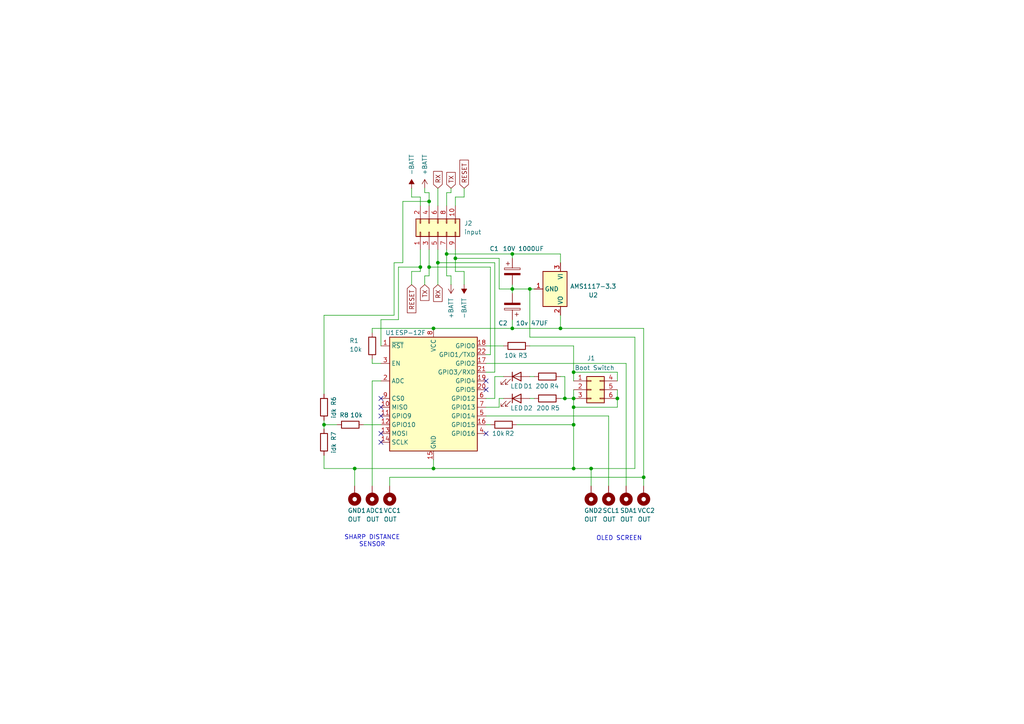
<source format=kicad_sch>
(kicad_sch (version 20231120) (generator "eeschema") (generator_version "8.0")
  (paper "A4")
  (lib_symbols
    (symbol "Connector_Generic:Conn_02x03_Top_Bottom" (pin_names (offset 1.016) hide)
      (property "Reference" "J" (at 1.27 5.08 0))
      (property "Value" "Conn_02x03_Top_Bottom" (at 1.27 -5.08 0))
      (symbol "Conn_02x03_Top_Bottom_1_1"
        (rectangle (start -1.27 -2.413) (end 0 -2.667) (stroke (width 0.1524)))
        (rectangle (start -1.27 0.127) (end 0 -0.127) (stroke (width 0.1524)))
        (rectangle (start -1.27 2.667) (end 0 2.413) (stroke (width 0.1524)))
        (rectangle (start -1.27 3.81) (end 3.81 -3.81) (stroke (width 0.254)) (fill (type background)))
        (rectangle (start 3.81 -2.413) (end 2.54 -2.667) (stroke (width 0.1524)))
        (rectangle (start 3.81 0.127) (end 2.54 -0.127) (stroke (width 0.1524)))
        (rectangle (start 3.81 2.667) (end 2.54 2.413) (stroke (width 0.1524)))
        (pin passive line (at -5.08 2.54 0) (length 3.81) (name "Pin_1") (number "1"))
        (pin passive line (at -5.08 0 0) (length 3.81) (name "Pin_2") (number "2"))
        (pin passive line (at -5.08 -2.54 0) (length 3.81) (name "Pin_3") (number "3"))
        (pin passive line (at 7.62 2.54 180) (length 3.81) (name "Pin_4") (number "4"))
        (pin passive line (at 7.62 0 180) (length 3.81) (name "Pin_5") (number "5"))
        (pin passive line (at 7.62 -2.54 180) (length 3.81) (name "Pin_6") (number "6"))
      )
    )
    (symbol "Connector_Generic:Conn_02x05_Odd_Even" (pin_names (offset 1.016) hide)
      (property "Reference" "J" (at 1.27 7.62 0))
      (property "Value" "Conn_02x05_Odd_Even" (at 1.27 -7.62 0))
      (symbol "Conn_02x05_Odd_Even_1_1"
        (rectangle (start -1.27 -4.953) (end 0 -5.207) (stroke (width 0.1524)))
        (rectangle (start -1.27 -2.413) (end 0 -2.667) (stroke (width 0.1524)))
        (rectangle (start -1.27 0.127) (end 0 -0.127) (stroke (width 0.1524)))
        (rectangle (start -1.27 2.667) (end 0 2.413) (stroke (width 0.1524)))
        (rectangle (start -1.27 5.207) (end 0 4.953) (stroke (width 0.1524)))
        (rectangle (start -1.27 6.35) (end 3.81 -6.35) (stroke (width 0.254)) (fill (type background)))
        (rectangle (start 3.81 -4.953) (end 2.54 -5.207) (stroke (width 0.1524)))
        (rectangle (start 3.81 -2.413) (end 2.54 -2.667) (stroke (width 0.1524)))
        (rectangle (start 3.81 0.127) (end 2.54 -0.127) (stroke (width 0.1524)))
        (rectangle (start 3.81 2.667) (end 2.54 2.413) (stroke (width 0.1524)))
        (rectangle (start 3.81 5.207) (end 2.54 4.953) (stroke (width 0.1524)))
        (pin passive line (at -5.08 5.08 0) (length 3.81) (name "Pin_1") (number "1"))
        (pin passive line (at 7.62 -5.08 180) (length 3.81) (name "Pin_10") (number "10"))
        (pin passive line (at 7.62 5.08 180) (length 3.81) (name "Pin_2") (number "2"))
        (pin passive line (at -5.08 2.54 0) (length 3.81) (name "Pin_3") (number "3"))
        (pin passive line (at 7.62 2.54 180) (length 3.81) (name "Pin_4") (number "4"))
        (pin passive line (at -5.08 0 0) (length 3.81) (name "Pin_5") (number "5"))
        (pin passive line (at 7.62 0 180) (length 3.81) (name "Pin_6") (number "6"))
        (pin passive line (at -5.08 -2.54 0) (length 3.81) (name "Pin_7") (number "7"))
        (pin passive line (at 7.62 -2.54 180) (length 3.81) (name "Pin_8") (number "8"))
        (pin passive line (at -5.08 -5.08 0) (length 3.81) (name "Pin_9") (number "9"))
      )
    )
    (symbol "Device:C_Polarized" (pin_numbers hide) (pin_names (offset 0.254))
      (property "Reference" "C" (at 0.635 2.54 0))
      (property "Value" "C_Polarized" (at 0.635 -2.54 0))
      (symbol "C_Polarized_0_1"
        (rectangle (start -2.286 0.508) (end 2.286 1.016))
        (polyline (pts (xy -1.778 2.286) (xy -0.762 2.286)))
        (polyline (pts (xy -1.27 2.794) (xy -1.27 1.778)))
        (rectangle (start 2.286 -0.508) (end -2.286 -1.016) (fill (type outline)))
      )
      (symbol "C_Polarized_1_1"
        (pin passive line (at 0 3.81 270) (length 2.794) (name "~") (number "1"))
        (pin passive line (at 0 -3.81 90) (length 2.794) (name "~") (number "2"))
      )
    )
    (symbol "Device:LED" (pin_numbers hide) (pin_names (offset 1.016) hide)
      (property "Reference" "D" (at 0 2.54 0))
      (property "Value" "LED" (at 0 -2.54 0))
      (symbol "LED_0_1"
        (polyline (pts (xy -1.27 -1.27) (xy -1.27 1.27)) (stroke (width 0.254)))
        (polyline (pts (xy -1.27 0) (xy 1.27 0)))
        (polyline (pts (xy 1.27 -1.27) (xy 1.27 1.27) (xy -1.27 0) (xy 1.27 -1.27)) (stroke (width 0.254)))
        (polyline (pts (xy -3.048 -0.762) (xy -4.572 -2.286) (xy -3.81 -2.286) (xy -4.572 -2.286) (xy -4.572 -1.524)))
        (polyline (pts (xy -1.778 -0.762) (xy -3.302 -2.286) (xy -2.54 -2.286) (xy -3.302 -2.286) (xy -3.302 -1.524)))
      )
      (symbol "LED_1_1"
        (pin passive line (at -3.81 0 0) (length 2.54) (name "K") (number "1"))
        (pin passive line (at 3.81 0 180) (length 2.54) (name "A") (number "2"))
      )
    )
    (symbol "Device:R" (pin_numbers hide) (pin_names (offset 0))
      (property "Reference" "R" (at 2.032 0 90))
      (property "Value" "R" (at 0 0 90))
      (symbol "R_0_1"
        (rectangle (start -1.016 -2.54) (end 1.016 2.54) (stroke (width 0.254)))
      )
      (symbol "R_1_1"
        (pin passive line (at 0 3.81 270) (length 1.27) (name "~") (number "1"))
        (pin passive line (at 0 -3.81 90) (length 1.27) (name "~") (number "2"))
      )
    )
    (symbol "Mechanical:MountingHole_Pad" (pin_numbers hide) (pin_names (offset 1.016) hide) (exclude_from_sim yes) (in_bom no)
      (property "Reference" "H" (at 0 6.35 0))
      (property "Value" "MountingHole_Pad" (at 0 4.445 0))
      (symbol "MountingHole_Pad_0_1"
        (circle (center 0 1.27) (radius 1.27) (stroke (width 1.27)))
      )
      (symbol "MountingHole_Pad_1_1"
        (pin input line (at 0 -2.54 90) (length 2.54) (name "1") (number "1"))
      )
    )
    (symbol "RF_Module:ESP-12F"
      (property "Reference" "U" (at -12.7 19.05 0))
      (property "Value" "ESP-12F" (at 12.7 19.05 0))
      (symbol "ESP-12F_0_1"
        (rectangle (start -12.7 17.78) (end 12.7 -15.24) (stroke (width 0.254)) (fill (type background)))
      )
      (symbol "ESP-12F_1_1"
        (pin input line (at -15.24 15.24 0) (length 2.54) (name "~{RST}") (number "1"))
        (pin bidirectional line (at -15.24 -2.54 0) (length 2.54) (name "MISO") (number "10"))
        (pin bidirectional line (at -15.24 -5.08 0) (length 2.54) (name "GPIO9") (number "11"))
        (pin bidirectional line (at -15.24 -7.62 0) (length 2.54) (name "GPIO10") (number "12"))
        (pin bidirectional line (at -15.24 -10.16 0) (length 2.54) (name "MOSI") (number "13"))
        (pin bidirectional line (at -15.24 -12.7 0) (length 2.54) (name "SCLK") (number "14"))
        (pin power_in line (at 0 -17.78 90) (length 2.54) (name "GND") (number "15"))
        (pin bidirectional line (at 15.24 -7.62 180) (length 2.54) (name "GPIO15") (number "16"))
        (pin bidirectional line (at 15.24 10.16 180) (length 2.54) (name "GPIO2") (number "17"))
        (pin bidirectional line (at 15.24 15.24 180) (length 2.54) (name "GPIO0") (number "18"))
        (pin bidirectional line (at 15.24 5.08 180) (length 2.54) (name "GPIO4") (number "19"))
        (pin input line (at -15.24 5.08 0) (length 2.54) (name "ADC") (number "2"))
        (pin bidirectional line (at 15.24 2.54 180) (length 2.54) (name "GPIO5") (number "20"))
        (pin bidirectional line (at 15.24 7.62 180) (length 2.54) (name "GPIO3/RXD") (number "21"))
        (pin bidirectional line (at 15.24 12.7 180) (length 2.54) (name "GPIO1/TXD") (number "22"))
        (pin input line (at -15.24 10.16 0) (length 2.54) (name "EN") (number "3"))
        (pin bidirectional line (at 15.24 -10.16 180) (length 2.54) (name "GPIO16") (number "4"))
        (pin bidirectional line (at 15.24 -5.08 180) (length 2.54) (name "GPIO14") (number "5"))
        (pin bidirectional line (at 15.24 0 180) (length 2.54) (name "GPIO12") (number "6"))
        (pin bidirectional line (at 15.24 -2.54 180) (length 2.54) (name "GPIO13") (number "7"))
        (pin power_in line (at 0 20.32 270) (length 2.54) (name "VCC") (number "8"))
        (pin input line (at -15.24 0 0) (length 2.54) (name "CS0") (number "9"))
      )
    )
    (symbol "Regulator_Linear:AMS1117-3.3"
      (property "Reference" "U" (at -3.81 3.175 0))
      (property "Value" "AMS1117-3.3" (at 0 3.175 0))
      (symbol "AMS1117-3.3_0_1"
        (rectangle (start -5.08 -5.08) (end 5.08 1.905) (stroke (width 0.254)) (fill (type background)))
      )
      (symbol "AMS1117-3.3_1_1"
        (pin power_in line (at 0 -7.62 90) (length 2.54) (name "GND") (number "1"))
        (pin power_out line (at 7.62 0 180) (length 2.54) (name "VO") (number "2"))
        (pin power_in line (at -7.62 0 0) (length 2.54) (name "VI") (number "3"))
      )
    )
    (symbol "power:+BATT" (power) (pin_numbers hide) (pin_names (offset 0) hide)
      (property "Value" "+BATT" (at 0 3.556 0))
      (symbol "+BATT_0_1"
        (polyline (pts (xy -0.762 1.27) (xy 0 2.54)))
        (polyline (pts (xy 0 0) (xy 0 2.54)))
        (polyline (pts (xy 0 2.54) (xy 0.762 1.27)))
      )
      (symbol "+BATT_1_1"
        (pin power_in line (at 0 0 90) (length 0) (name "~") (number "1"))
      )
    )
    (symbol "power:-BATT" (power) (pin_numbers hide) (pin_names (offset 0) hide)
      (property "Value" "-BATT" (at 0 3.556 0))
      (symbol "-BATT_0_1"
        (polyline (pts (xy 0 0) (xy 0 2.54)))
        (polyline (pts (xy 0.762 1.27) (xy -0.762 1.27) (xy 0 2.54) (xy 0.762 1.27)) (fill (type outline)))
      )
      (symbol "-BATT_1_1"
        (pin power_in line (at 0 0 90) (length 0) (name "~") (number "1"))
      )
    )
  )
  (junction (at 124.46 77.47))
  (junction (at 125.73 135.89))
  (junction (at 124.46 58.42))
  (junction (at 162.56 95.25))
  (junction (at 102.87 135.89))
  (junction (at 148.59 73.66))
  (junction (at 125.73 95.25))
  (junction (at 166.37 135.89))
  (junction (at 186.69 138.43))
  (junction (at 166.37 115.57))
  (junction (at 166.37 107.95))
  (junction (at 127 76.2))
  (junction (at 153.67 83.82))
  (junction (at 166.37 123.19))
  (junction (at 148.59 95.25))
  (junction (at 132.08 74.93))
  (junction (at 129.54 73.66))
  (junction (at 179.07 115.57))
  (junction (at 171.45 135.89))
  (junction (at 166.37 118.11))
  (junction (at 163.83 115.57))
  (junction (at 148.59 83.82))
  (junction (at 121.92 77.47))
  (junction (at 93.98 123.19))
  (no_connect (at 140.97 125.73))
  (no_connect (at 110.49 125.73))
  (no_connect (at 110.49 128.27))
  (no_connect (at 110.49 118.11))
  (no_connect (at 110.49 120.65))
  (no_connect (at 140.97 113.03))
  (no_connect (at 140.97 110.49))
  (no_connect (at 110.49 115.57))
  (wire (pts (xy 171.45 140.97) (xy 171.45 135.89)))
  (wire (pts (xy 105.41 123.19) (xy 110.49 123.19)))
  (wire (pts (xy 153.67 115.57) (xy 154.94 115.57)))
  (wire (pts (xy 153.67 97.79) (xy 153.67 83.82)))
  (wire (pts (xy 143.51 107.95) (xy 140.97 107.95)))
  (wire (pts (xy 148.59 73.66) (xy 162.56 73.66)))
  (wire (pts (xy 179.07 115.57) (xy 179.07 118.11)))
  (wire (pts (xy 113.03 138.43) (xy 113.03 140.97)))
  (wire (pts (xy 129.54 80.01) (xy 129.54 73.66)))
  (wire (pts (xy 129.54 73.66) (xy 148.59 73.66)))
  (wire (pts (xy 166.37 100.33) (xy 166.37 107.95)))
  (wire (pts (xy 93.98 121.92) (xy 93.98 123.19)))
  (wire (pts (xy 110.49 100.33) (xy 110.49 92.71)))
  (wire (pts (xy 130.81 80.01) (xy 129.54 80.01)))
  (wire (pts (xy 125.73 95.25) (xy 148.59 95.25)))
  (wire (pts (xy 115.57 77.47) (xy 121.92 77.47)))
  (wire (pts (xy 107.95 105.41) (xy 110.49 105.41)))
  (wire (pts (xy 148.59 95.25) (xy 162.56 95.25)))
  (wire (pts (xy 162.56 73.66) (xy 162.56 76.2)))
  (wire (pts (xy 107.95 110.49) (xy 110.49 110.49)))
  (wire (pts (xy 121.92 77.47) (xy 121.92 78.74)))
  (wire (pts (xy 132.08 57.15) (xy 134.62 57.15)))
  (wire (pts (xy 123.19 82.55) (xy 123.19 80.01)))
  (wire (pts (xy 162.56 115.57) (xy 163.83 115.57)))
  (wire (pts (xy 93.98 123.19) (xy 93.98 124.46)))
  (wire (pts (xy 140.97 115.57) (xy 143.51 115.57)))
  (wire (pts (xy 181.61 105.41) (xy 181.61 140.97)))
  (wire (pts (xy 123.19 80.01) (xy 124.46 80.01)))
  (wire (pts (xy 144.78 74.93) (xy 144.78 83.82)))
  (wire (pts (xy 102.87 135.89) (xy 125.73 135.89)))
  (wire (pts (xy 163.83 109.22) (xy 163.83 115.57)))
  (wire (pts (xy 119.38 78.74) (xy 121.92 78.74)))
  (wire (pts (xy 129.54 55.88) (xy 129.54 59.69)))
  (wire (pts (xy 140.97 123.19) (xy 142.24 123.19)))
  (wire (pts (xy 142.24 102.87) (xy 140.97 102.87)))
  (wire (pts (xy 119.38 54.61) (xy 119.38 57.15)))
  (wire (pts (xy 171.45 135.89) (xy 184.15 135.89)))
  (wire (pts (xy 166.37 107.95) (xy 179.07 107.95)))
  (wire (pts (xy 124.46 72.39) (xy 124.46 77.47)))
  (wire (pts (xy 162.56 95.25) (xy 186.69 95.25)))
  (wire (pts (xy 134.62 54.61) (xy 134.62 57.15)))
  (wire (pts (xy 114.3 76.2) (xy 114.3 91.44)))
  (wire (pts (xy 134.62 78.74) (xy 132.08 78.74)))
  (wire (pts (xy 107.95 105.41) (xy 107.95 104.14)))
  (wire (pts (xy 125.73 135.89) (xy 166.37 135.89)))
  (wire (pts (xy 144.78 83.82) (xy 148.59 83.82)))
  (wire (pts (xy 143.51 109.22) (xy 143.51 115.57)))
  (wire (pts (xy 115.57 92.71) (xy 115.57 77.47)))
  (wire (pts (xy 130.81 55.88) (xy 129.54 55.88)))
  (wire (pts (xy 123.19 55.88) (xy 124.46 55.88)))
  (wire (pts (xy 166.37 100.33) (xy 153.67 100.33)))
  (wire (pts (xy 149.86 123.19) (xy 166.37 123.19)))
  (wire (pts (xy 148.59 82.55) (xy 148.59 83.82)))
  (wire (pts (xy 148.59 73.66) (xy 148.59 74.93)))
  (wire (pts (xy 166.37 107.95) (xy 166.37 110.49)))
  (wire (pts (xy 179.07 113.03) (xy 179.07 115.57)))
  (wire (pts (xy 143.51 76.2) (xy 143.51 107.95)))
  (wire (pts (xy 125.73 133.35) (xy 125.73 135.89)))
  (wire (pts (xy 130.81 82.55) (xy 130.81 80.01)))
  (wire (pts (xy 119.38 57.15) (xy 121.92 57.15)))
  (wire (pts (xy 93.98 135.89) (xy 102.87 135.89)))
  (wire (pts (xy 154.94 83.82) (xy 153.67 83.82)))
  (wire (pts (xy 143.51 109.22) (xy 146.05 109.22)))
  (wire (pts (xy 162.56 91.44) (xy 162.56 95.25)))
  (wire (pts (xy 121.92 57.15) (xy 121.92 59.69)))
  (wire (pts (xy 130.81 54.61) (xy 130.81 55.88)))
  (wire (pts (xy 184.15 97.79) (xy 153.67 97.79)))
  (wire (pts (xy 124.46 58.42) (xy 124.46 59.69)))
  (wire (pts (xy 142.24 77.47) (xy 142.24 102.87)))
  (wire (pts (xy 107.95 110.49) (xy 107.95 140.97)))
  (wire (pts (xy 166.37 118.11) (xy 166.37 123.19)))
  (wire (pts (xy 184.15 97.79) (xy 184.15 135.89)))
  (wire (pts (xy 93.98 123.19) (xy 97.79 123.19)))
  (wire (pts (xy 144.78 115.57) (xy 146.05 115.57)))
  (wire (pts (xy 127 76.2) (xy 143.51 76.2)))
  (wire (pts (xy 114.3 91.44) (xy 93.98 91.44)))
  (wire (pts (xy 116.84 58.42) (xy 116.84 76.2)))
  (wire (pts (xy 124.46 58.42) (xy 116.84 58.42)))
  (wire (pts (xy 123.19 54.61) (xy 123.19 55.88)))
  (wire (pts (xy 127 72.39) (xy 127 76.2)))
  (wire (pts (xy 132.08 74.93) (xy 144.78 74.93)))
  (wire (pts (xy 144.78 118.11) (xy 144.78 115.57)))
  (wire (pts (xy 113.03 138.43) (xy 186.69 138.43)))
  (wire (pts (xy 93.98 132.08) (xy 93.98 135.89)))
  (wire (pts (xy 102.87 135.89) (xy 102.87 140.97)))
  (wire (pts (xy 140.97 100.33) (xy 146.05 100.33)))
  (wire (pts (xy 116.84 76.2) (xy 114.3 76.2)))
  (wire (pts (xy 140.97 120.65) (xy 176.53 120.65)))
  (wire (pts (xy 148.59 83.82) (xy 153.67 83.82)))
  (wire (pts (xy 93.98 91.44) (xy 93.98 114.3)))
  (wire (pts (xy 148.59 92.71) (xy 148.59 95.25)))
  (wire (pts (xy 134.62 78.74) (xy 134.62 82.55)))
  (wire (pts (xy 119.38 82.55) (xy 119.38 78.74)))
  (wire (pts (xy 110.49 92.71) (xy 115.57 92.71)))
  (wire (pts (xy 132.08 57.15) (xy 132.08 59.69)))
  (wire (pts (xy 166.37 113.03) (xy 166.37 115.57)))
  (wire (pts (xy 107.95 96.52) (xy 107.95 95.25)))
  (wire (pts (xy 121.92 72.39) (xy 121.92 77.47)))
  (wire (pts (xy 129.54 72.39) (xy 129.54 73.66)))
  (wire (pts (xy 166.37 118.11) (xy 166.37 115.57)))
  (wire (pts (xy 179.07 110.49) (xy 179.07 107.95)))
  (wire (pts (xy 124.46 55.88) (xy 124.46 58.42)))
  (wire (pts (xy 132.08 78.74) (xy 132.08 74.93)))
  (wire (pts (xy 127 54.61) (xy 127 59.69)))
  (wire (pts (xy 166.37 135.89) (xy 171.45 135.89)))
  (wire (pts (xy 107.95 95.25) (xy 125.73 95.25)))
  (wire (pts (xy 153.67 109.22) (xy 154.94 109.22)))
  (wire (pts (xy 186.69 138.43) (xy 186.69 140.97)))
  (wire (pts (xy 186.69 95.25) (xy 186.69 138.43)))
  (wire (pts (xy 148.59 83.82) (xy 148.59 85.09)))
  (wire (pts (xy 166.37 123.19) (xy 166.37 135.89)))
  (wire (pts (xy 163.83 115.57) (xy 166.37 115.57)))
  (wire (pts (xy 132.08 74.93) (xy 132.08 72.39)))
  (wire (pts (xy 124.46 80.01) (xy 124.46 77.47)))
  (wire (pts (xy 166.37 118.11) (xy 179.07 118.11)))
  (wire (pts (xy 144.78 118.11) (xy 140.97 118.11)))
  (wire (pts (xy 127 76.2) (xy 127 82.55)))
  (wire (pts (xy 163.83 109.22) (xy 162.56 109.22)))
  (wire (pts (xy 140.97 105.41) (xy 181.61 105.41)))
  (wire (pts (xy 124.46 77.47) (xy 142.24 77.47)))
  (wire (pts (xy 176.53 120.65) (xy 176.53 140.97)))
  (text "SHARP DISTANCE\nSENSOR" (at 107.95 156.972 0) (effects (font (size 1.27 1.27))))
  (text "OLED SCREEN" (at 179.578 156.21 0) (effects (font (size 1.27 1.27))))
  (global_label "RESET" (shape input) (at 134.62 54.61 90) (property "Intersheetrefs" "${INTERSHEET_REFS}" (effects (hide yes))))
  (global_label "RX" (shape input) (at 127 54.61 90) (property "Intersheetrefs" "${INTERSHEET_REFS}" (effects (hide yes))))
  (global_label "TX" (shape input) (at 130.81 54.61 90) (property "Intersheetrefs" "${INTERSHEET_REFS}" (effects (hide yes))))
  (global_label "TX" (shape input) (at 123.19 82.55 270) (property "Intersheetrefs" "${INTERSHEET_REFS}" (effects (hide yes))))
  (global_label "RESET" (shape input) (at 119.38 82.55 270) (property "Intersheetrefs" "${INTERSHEET_REFS}" (effects (hide yes))))
  (global_label "RX" (shape input) (at 127 82.55 270) (property "Intersheetrefs" "${INTERSHEET_REFS}" (effects (hide yes))))
  (symbol (lib_id "Device:R") (at 158.75 115.57 270) (unit 1)
    (property "Reference" "R5" (at 161.036 118.364 90))
    (property "Value" "200" (at 157.48 118.364 90))
    (property "Footprint" "Resistor_SMD:R_2512_6332Metric_Pad1.40x3.35mm_HandSolder" (effects (hide yes)))
    (property "Description" "Resistor" (effects (hide yes)))
  )
  (symbol (lib_id "power:-BATT") (at 119.38 54.61 0) (unit 1)
    (property "Reference" "#PWR04" (effects (hide yes)))
    (property "Value" "-BATT" (at 119.38 47.752 90))
    (property "Description" "Power symbol creates a global label with name \"-BATT\"" (effects (hide yes)))
  )
  (symbol (lib_id "Device:LED") (at 149.86 109.22 0) (unit 1)
    (property "Reference" "D1" (at 153.162 112.014 0))
    (property "Value" "LED" (at 149.86 112.014 0))
    (property "Footprint" "LED_THT:LED_D5.0mm" (effects (hide yes)))
    (property "Description" "Light emitting diode" (effects (hide yes)))
  )
  (symbol (lib_id "Device:LED") (at 149.86 115.57 0) (unit 1)
    (property "Reference" "D2" (at 153.162 118.364 0))
    (property "Value" "LED" (at 149.86 118.364 0))
    (property "Footprint" "LED_THT:LED_D5.0mm" (effects (hide yes)))
    (property "Description" "Light emitting diode" (effects (hide yes)))
  )
  (symbol (lib_id "Device:R") (at 101.6 123.19 90) (unit 1)
    (property "Reference" "R8" (at 99.822 120.396 90))
    (property "Value" "10k" (at 103.378 120.396 90))
    (property "Footprint" "Resistor_SMD:R_2512_6332Metric_Pad1.40x3.35mm_HandSolder" (effects (hide yes)))
    (property "Description" "Resistor" (effects (hide yes)))
  )
  (symbol (lib_id "Device:R") (at 146.05 123.19 90) (unit 1)
    (property "Reference" "R2" (at 147.828 125.73 90))
    (property "Value" "10k" (at 144.526 125.73 90))
    (property "Footprint" "Resistor_SMD:R_2512_6332Metric_Pad1.40x3.35mm_HandSolder" (effects (hide yes)))
    (property "Description" "Resistor" (effects (hide yes)))
  )
  (symbol (lib_id "Mechanical:MountingHole_Pad") (at 186.69 143.51 180) (unit 1) (exclude_from_sim yes) (in_bom no)
    (property "Reference" "VCC2" (at 184.912 148.082 0) (effects (justify right)))
    (property "Value" "OUT" (at 184.912 150.622 0) (effects (justify right)))
    (property "Footprint" "TestPoint:TestPoint_Pad_2.0x2.0mm" (effects (hide yes)))
    (property "Description" "Mounting Hole with connection" (effects (hide yes)))
  )
  (symbol (lib_id "Connector_Generic:Conn_02x05_Odd_Even") (at 127 67.31 90) (unit 1)
    (property "Reference" "J2" (at 134.62 64.7699 90) (effects (justify right)))
    (property "Value" "input" (at 134.62 67.3099 90) (effects (justify right)))
    (property "Footprint" "Connector_PinHeader_2.54mm:PinHeader_2x05_P2.54mm_Vertical_SMD" (effects (hide yes)))
    (property "Description" "Generic connector, double row, 02x05, odd/even pin numbering scheme (row 1 odd numbers, row 2 even numbers), script generated (kicad-library-utils/schlib/autogen/connector/)" (effects (hide yes)))
  )
  (symbol (lib_id "Device:C_Polarized") (at 148.59 88.9 180) (unit 1)
    (property "Reference" "C2" (at 144.526 93.726 0) (effects (justify right)))
    (property "Value" "10v 47UF" (at 149.606 93.726 0) (effects (justify right)))
    (property "Footprint" "Capacitor_THT:CP_Radial_D4.0mm_P1.50mm" (effects (hide yes)))
    (property "Description" "Polarized capacitor" (effects (hide yes)))
  )
  (symbol (lib_id "RF_Module:ESP-12F") (at 125.73 115.57 0) (unit 1)
    (property "Reference" "U1" (at 111.76 96.52 0) (effects (justify left)))
    (property "Value" "ESP-12F" (at 114.554 96.52 0) (effects (justify left)))
    (property "Footprint" "RF_Module:ESP-12E" (effects (hide yes)))
    (property "Datasheet" "http://wiki.ai-thinker.com/_media/esp8266/esp8266_series_modules_user_manual_v1.1.pdf" (effects (hide yes)))
    (property "Description" "802.11 b/g/n Wi-Fi Module" (effects (hide yes)))
  )
  (symbol (lib_id "power:+BATT") (at 123.19 54.61 0) (unit 1)
    (property "Reference" "#PWR03" (effects (hide yes)))
    (property "Value" "+BATT" (at 123.19 47.752 90))
    (property "Description" "Power symbol creates a global label with name \"+BATT\"" (effects (hide yes)))
  )
  (symbol (lib_id "Device:R") (at 93.98 128.27 0) (unit 1)
    (property "Reference" "R7" (at 96.774 126.492 90))
    (property "Value" "idk" (at 96.774 130.048 90))
    (property "Footprint" "Resistor_SMD:R_2512_6332Metric_Pad1.40x3.35mm_HandSolder" (effects (hide yes)))
    (property "Description" "Resistor" (effects (hide yes)))
  )
  (symbol (lib_id "Mechanical:MountingHole_Pad") (at 113.03 143.51 180) (unit 1) (exclude_from_sim yes) (in_bom no)
    (property "Reference" "VCC1" (at 111.252 148.082 0) (effects (justify right)))
    (property "Value" "OUT" (at 111.252 150.622 0) (effects (justify right)))
    (property "Footprint" "TestPoint:TestPoint_Pad_2.0x2.0mm" (effects (hide yes)))
    (property "Description" "Mounting Hole with connection" (effects (hide yes)))
  )
  (symbol (lib_id "Connector_Generic:Conn_02x03_Top_Bottom") (at 171.45 113.03 0) (unit 1)
    (property "Reference" "J1" (at 171.45 103.886 0))
    (property "Value" "Boot Switch" (at 172.466 106.68 0))
    (property "Footprint" "Connector_PinHeader_2.54mm:PinHeader_2x03_P2.54mm_Vertical_SMD" (effects (hide yes)))
    (property "Description" "Generic connector, double row, 02x03, top/bottom pin numbering scheme (row 1: 1...pins_per_row, row2: pins_per_row+1 ... num_pins), script generated (kicad-library-utils/schlib/autogen/connector/)" (effects (hide yes)))
  )
  (symbol (lib_id "Device:R") (at 93.98 118.11 0) (unit 1)
    (property "Reference" "R6" (at 96.774 116.332 90))
    (property "Value" "idk" (at 96.774 119.888 90))
    (property "Footprint" "Resistor_SMD:R_2512_6332Metric_Pad1.40x3.35mm_HandSolder" (effects (hide yes)))
    (property "Description" "Resistor" (effects (hide yes)))
  )
  (symbol (lib_id "Device:C_Polarized") (at 148.59 78.74 0) (unit 1)
    (property "Reference" "C1" (at 141.986 72.136 0) (effects (justify left)))
    (property "Value" "10V 1000UF" (at 145.796 72.136 0) (effects (justify left)))
    (property "Footprint" "Capacitor_THT:CP_Radial_D8.0mm_P3.80mm" (effects (hide yes)))
    (property "Description" "Polarized capacitor" (effects (hide yes)))
  )
  (symbol (lib_id "Regulator_Linear:AMS1117-3.3") (at 162.56 83.82 270) (unit 1)
    (property "Reference" "U2" (at 170.688 85.598 90) (effects (justify left)))
    (property "Value" "AMS1117-3.3" (at 165.354 83.058 90) (effects (justify left)))
    (property "Footprint" "Package_TO_SOT_SMD:SOT-223-3_TabPin2" (effects (hide yes)))
    (property "Datasheet" "http://www.advanced-monolithic.com/pdf/ds1117.pdf" (effects (hide yes)))
    (property "Description" "1A Low Dropout regulator, positive, 3.3V fixed output, SOT-223" (effects (hide yes)))
  )
  (symbol (lib_id "Mechanical:MountingHole_Pad") (at 107.95 143.51 180) (unit 1) (exclude_from_sim yes) (in_bom no)
    (property "Reference" "ADC1" (at 106.172 148.082 0) (effects (justify right)))
    (property "Value" "OUT" (at 106.172 150.622 0) (effects (justify right)))
    (property "Footprint" "TestPoint:TestPoint_Pad_2.0x2.0mm" (effects (hide yes)))
    (property "Description" "Mounting Hole with connection" (effects (hide yes)))
  )
  (symbol (lib_id "Device:R") (at 158.75 109.22 270) (unit 1)
    (property "Reference" "R4" (at 160.782 112.014 90))
    (property "Value" "200" (at 157.226 112.014 90))
    (property "Footprint" "Resistor_SMD:R_2512_6332Metric_Pad1.40x3.35mm_HandSolder" (effects (hide yes)))
    (property "Description" "Resistor" (effects (hide yes)))
  )
  (symbol (lib_id "Mechanical:MountingHole_Pad") (at 171.45 143.51 180) (unit 1) (exclude_from_sim yes) (in_bom no)
    (property "Reference" "GND2" (at 169.418 148.082 0) (effects (justify right)))
    (property "Value" "OUT" (at 169.418 150.622 0) (effects (justify right)))
    (property "Footprint" "TestPoint:TestPoint_Pad_2.0x2.0mm" (effects (hide yes)))
    (property "Description" "Mounting Hole with connection" (effects (hide yes)))
  )
  (symbol (lib_id "Mechanical:MountingHole_Pad") (at 102.87 143.51 180) (unit 1) (exclude_from_sim yes) (in_bom no)
    (property "Reference" "GND1" (at 100.838 148.082 0) (effects (justify right)))
    (property "Value" "OUT" (at 100.838 150.622 0) (effects (justify right)))
    (property "Footprint" "TestPoint:TestPoint_Pad_2.0x2.0mm" (effects (hide yes)))
    (property "Description" "Mounting Hole with connection" (effects (hide yes)))
  )
  (symbol (lib_id "Device:R") (at 107.95 100.33 0) (unit 1)
    (property "Reference" "R1" (at 101.346 98.806 0) (effects (justify left)))
    (property "Value" "10k" (at 101.346 101.346 0) (effects (justify left)))
    (property "Footprint" "Resistor_SMD:R_2512_6332Metric_Pad1.40x3.35mm_HandSolder" (effects (hide yes)))
    (property "Description" "Resistor" (effects (hide yes)))
  )
  (symbol (lib_id "Mechanical:MountingHole_Pad") (at 181.61 143.51 180) (unit 1) (exclude_from_sim yes) (in_bom no)
    (property "Reference" "SDA1" (at 179.832 148.082 0) (effects (justify right)))
    (property "Value" "OUT" (at 179.832 150.622 0) (effects (justify right)))
    (property "Footprint" "TestPoint:TestPoint_Pad_2.0x2.0mm" (effects (hide yes)))
    (property "Description" "Mounting Hole with connection" (effects (hide yes)))
  )
  (symbol (lib_id "power:-BATT") (at 134.62 82.55 180) (unit 1)
    (property "Reference" "#PWR02" (effects (hide yes)))
    (property "Value" "-BATT" (at 134.62 89.408 90))
    (property "Description" "Power symbol creates a global label with name \"-BATT\"" (effects (hide yes)))
  )
  (symbol (lib_id "power:+BATT") (at 130.81 82.55 180) (unit 1)
    (property "Reference" "#PWR01" (effects (hide yes)))
    (property "Value" "+BATT" (at 130.81 89.408 90))
    (property "Description" "Power symbol creates a global label with name \"+BATT\"" (effects (hide yes)))
  )
  (symbol (lib_id "Device:R") (at 149.86 100.33 270) (unit 1)
    (property "Reference" "R3" (at 151.638 103.124 90))
    (property "Value" "10k" (at 148.082 103.124 90))
    (property "Footprint" "Resistor_SMD:R_2512_6332Metric_Pad1.40x3.35mm_HandSolder" (effects (hide yes)))
    (property "Description" "Resistor" (effects (hide yes)))
  )
  (symbol (lib_id "Mechanical:MountingHole_Pad") (at 176.53 143.51 180) (unit 1) (exclude_from_sim yes) (in_bom no)
    (property "Reference" "SCL1" (at 174.752 148.082 0) (effects (justify right)))
    (property "Value" "OUT" (at 174.752 150.622 0) (effects (justify right)))
    (property "Footprint" "TestPoint:TestPoint_Pad_2.0x2.0mm" (effects (hide yes)))
    (property "Description" "Mounting Hole with connection" (effects (hide yes)))
  )
)
</source>
